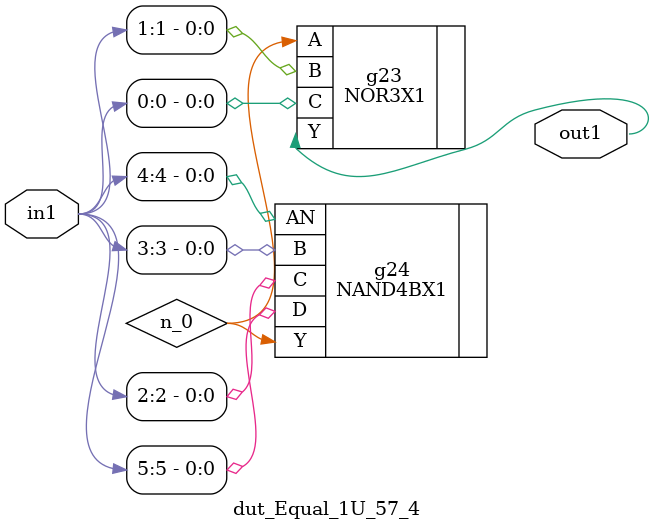
<source format=v>
`timescale 1ps / 1ps


module dut_Equal_1U_57_4(in1, out1);
  input [5:0] in1;
  output out1;
  wire [5:0] in1;
  wire out1;
  wire n_0;
  NOR3X1 g23(.A (n_0), .B (in1[1]), .C (in1[0]), .Y (out1));
  NAND4BX1 g24(.AN (in1[4]), .B (in1[3]), .C (in1[2]), .D (in1[5]), .Y
       (n_0));
endmodule



</source>
